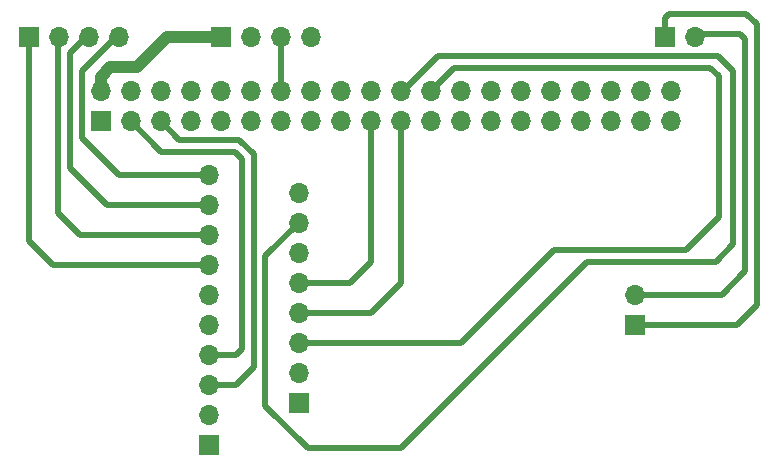
<source format=gbr>
G04 #@! TF.GenerationSoftware,KiCad,Pcbnew,(5.1.0-0)*
G04 #@! TF.CreationDate,2019-04-08T09:35:23+05:30*
G04 #@! TF.ProjectId,CAN_board,43414e5f-626f-4617-9264-2e6b69636164,rev?*
G04 #@! TF.SameCoordinates,Original*
G04 #@! TF.FileFunction,Copper,L1,Top*
G04 #@! TF.FilePolarity,Positive*
%FSLAX46Y46*%
G04 Gerber Fmt 4.6, Leading zero omitted, Abs format (unit mm)*
G04 Created by KiCad (PCBNEW (5.1.0-0)) date 2019-04-08 09:35:23*
%MOMM*%
%LPD*%
G04 APERTURE LIST*
%ADD10R,1.700000X1.700000*%
%ADD11O,1.700000X1.700000*%
%ADD12C,0.500000*%
%ADD13C,1.000000*%
G04 APERTURE END LIST*
D10*
X114300000Y-43180000D03*
D11*
X114300000Y-40640000D03*
X116840000Y-43180000D03*
X116840000Y-40640000D03*
X119380000Y-43180000D03*
X119380000Y-40640000D03*
X121920000Y-43180000D03*
X121920000Y-40640000D03*
X124460000Y-43180000D03*
X124460000Y-40640000D03*
X127000000Y-43180000D03*
X127000000Y-40640000D03*
X129540000Y-43180000D03*
X129540000Y-40640000D03*
X132080000Y-43180000D03*
X132080000Y-40640000D03*
X134620000Y-43180000D03*
X134620000Y-40640000D03*
X137160000Y-43180000D03*
X137160000Y-40640000D03*
X139700000Y-43180000D03*
X139700000Y-40640000D03*
X142240000Y-43180000D03*
X142240000Y-40640000D03*
X144780000Y-43180000D03*
X144780000Y-40640000D03*
X147320000Y-43180000D03*
X147320000Y-40640000D03*
X149860000Y-43180000D03*
X149860000Y-40640000D03*
X152400000Y-43180000D03*
X152400000Y-40640000D03*
X154940000Y-43180000D03*
X154940000Y-40640000D03*
X157480000Y-43180000D03*
X157480000Y-40640000D03*
X160020000Y-43180000D03*
X160020000Y-40640000D03*
X162560000Y-43180000D03*
X162560000Y-40640000D03*
X131064000Y-49276000D03*
X131064000Y-51816000D03*
X131064000Y-54356000D03*
X131064000Y-56896000D03*
X131064000Y-59436000D03*
X131064000Y-61976000D03*
X131064000Y-64516000D03*
D10*
X131064000Y-67056000D03*
X159512000Y-60452000D03*
D11*
X159512000Y-57912000D03*
X115824000Y-36068000D03*
X113284000Y-36068000D03*
X110744000Y-36068000D03*
D10*
X108204000Y-36068000D03*
X123444000Y-70612000D03*
D11*
X123444000Y-68072000D03*
X123444000Y-65532000D03*
X123444000Y-62992000D03*
X123444000Y-60452000D03*
X123444000Y-57912000D03*
X123444000Y-55372000D03*
X123444000Y-52832000D03*
X123444000Y-50292000D03*
X123444000Y-47752000D03*
D10*
X124460000Y-36068000D03*
D11*
X127000000Y-36068000D03*
X129540000Y-36068000D03*
X132080000Y-36068000D03*
X164592000Y-36068000D03*
D10*
X162052000Y-36068000D03*
D12*
X144780000Y-61976000D02*
X131064000Y-61976000D01*
X152654000Y-54102000D02*
X144780000Y-61976000D01*
X163830000Y-54102000D02*
X152654000Y-54102000D01*
X166624000Y-51308000D02*
X163830000Y-54102000D01*
X166624000Y-39370000D02*
X166624000Y-51308000D01*
X142240000Y-40640000D02*
X144211989Y-38668011D01*
X165922011Y-38668011D02*
X166624000Y-39370000D01*
X144211989Y-38668011D02*
X165922011Y-38668011D01*
X128254010Y-54625990D02*
X131064000Y-51816000D01*
X128254010Y-67296012D02*
X128254010Y-54625990D01*
X131823998Y-70866000D02*
X128254010Y-67296012D01*
X139700000Y-70866000D02*
X131823998Y-70866000D01*
X155448000Y-55118000D02*
X139700000Y-70866000D01*
X166370000Y-55118000D02*
X155448000Y-55118000D01*
X167862970Y-53625030D02*
X166370000Y-55118000D01*
X142843997Y-37668001D02*
X166547999Y-37668001D01*
X139871998Y-40640000D02*
X142843997Y-37668001D01*
X167862970Y-38982972D02*
X167862970Y-39846970D01*
X166547999Y-37668001D02*
X167862970Y-38982972D01*
X167862970Y-39846970D02*
X167862970Y-53625030D01*
X137160000Y-59436000D02*
X131064000Y-59436000D01*
X139700000Y-56896000D02*
X137160000Y-59436000D01*
X139700000Y-43180000D02*
X139700000Y-56896000D01*
X135382000Y-56896000D02*
X131064000Y-56896000D01*
X137160000Y-55118000D02*
X135382000Y-56896000D01*
X137160000Y-43180000D02*
X137160000Y-55118000D01*
X129540000Y-36576000D02*
X129540000Y-40132000D01*
X129540000Y-40640000D02*
X129540000Y-36576000D01*
D13*
X114300000Y-40640000D02*
X114300000Y-39437919D01*
X114300000Y-39437919D02*
X115129919Y-38608000D01*
X115129919Y-38608000D02*
X117348000Y-38608000D01*
X119888000Y-36068000D02*
X124460000Y-36068000D01*
X117348000Y-38608000D02*
X119888000Y-36068000D01*
D12*
X169862990Y-58737010D02*
X168148000Y-60452000D01*
X169862990Y-34988990D02*
X169862990Y-58737010D01*
X168973010Y-34099010D02*
X169862990Y-34988990D01*
X162052000Y-35814000D02*
X162052000Y-34464000D01*
X162052000Y-34464000D02*
X162416990Y-34099010D01*
X168148000Y-60452000D02*
X159512000Y-60452000D01*
X162416990Y-34099010D02*
X168973010Y-34099010D01*
X166878000Y-57912000D02*
X159512000Y-57912000D01*
X168862980Y-36274980D02*
X168862980Y-55927020D01*
X168402000Y-35814000D02*
X168862980Y-36274980D01*
X168862980Y-55927020D02*
X166878000Y-57912000D01*
X164592000Y-35814000D02*
X168402000Y-35814000D01*
X125645785Y-45780011D02*
X126253990Y-46388216D01*
X119440011Y-45780011D02*
X125645785Y-45780011D01*
X116840000Y-43180000D02*
X119440011Y-45780011D01*
X126253990Y-46388216D02*
X126253990Y-62468010D01*
X125730000Y-62992000D02*
X123444000Y-62992000D01*
X126253990Y-62468010D02*
X125730000Y-62992000D01*
X127254000Y-45974000D02*
X127254000Y-64008000D01*
X127254000Y-64008000D02*
X125730000Y-65532000D01*
X126060001Y-44780001D02*
X127254000Y-45974000D01*
X125730000Y-65532000D02*
X123444000Y-65532000D01*
X120980001Y-44780001D02*
X126060001Y-44780001D01*
X119380000Y-43180000D02*
X120980001Y-44780001D01*
X115821998Y-47752000D02*
X122241919Y-47752000D01*
X122241919Y-47752000D02*
X123444000Y-47752000D01*
X112699999Y-44630001D02*
X115821998Y-47752000D01*
X112699999Y-38938001D02*
X112699999Y-44630001D01*
X115824000Y-35814000D02*
X112699999Y-38938001D01*
X122241919Y-50292000D02*
X123444000Y-50292000D01*
X114808000Y-50292000D02*
X122241919Y-50292000D01*
X111699989Y-47183989D02*
X114808000Y-50292000D01*
X111699989Y-37398011D02*
X111699989Y-47183989D01*
X113284000Y-35814000D02*
X111699989Y-37398011D01*
X122241919Y-52832000D02*
X123444000Y-52832000D01*
X110699979Y-51009979D02*
X112522000Y-52832000D01*
X112522000Y-52832000D02*
X122241919Y-52832000D01*
X110699979Y-35858021D02*
X110699979Y-51009979D01*
X110744000Y-35814000D02*
X110699979Y-35858021D01*
X122241919Y-55372000D02*
X123444000Y-55372000D01*
X110236000Y-55372000D02*
X122241919Y-55372000D01*
X108204000Y-53340000D02*
X110236000Y-55372000D01*
X108204000Y-35814000D02*
X108204000Y-53340000D01*
M02*

</source>
